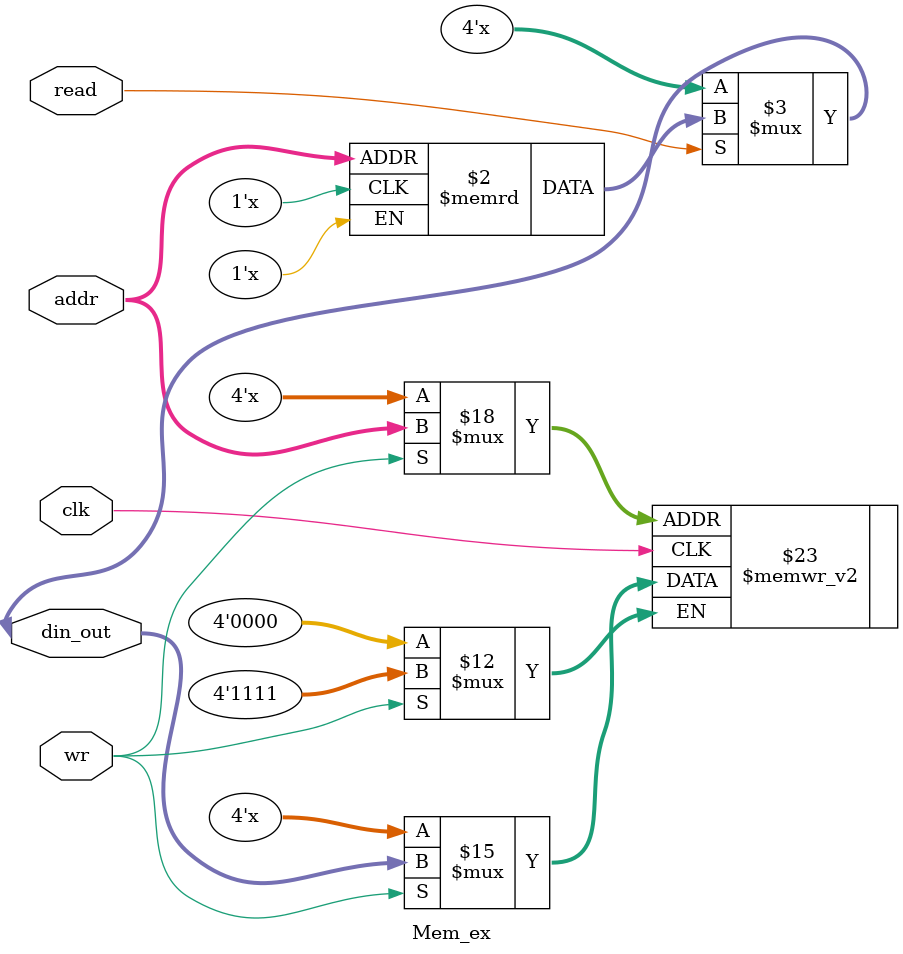
<source format=v>
module Mem_ex
 #(parameter d_width = 4,
   parameter a_heigth = 4 )
  (clk, din_out,wr,read,addr);

input  wire clk,wr,read;
input  wire [a_heigth-1:0] addr;
inout  wire [d_width-1:0] din_out;

localparam depth = (1 << a_heigth);
reg [d_width-1:0] mem [depth-1:0];

assign din_out = read ? mem[addr]:{d_width{1'bZ}}; 

always @(posedge clk) 
	if (wr)  
		mem [addr] <= din_out;
endmodule

</source>
